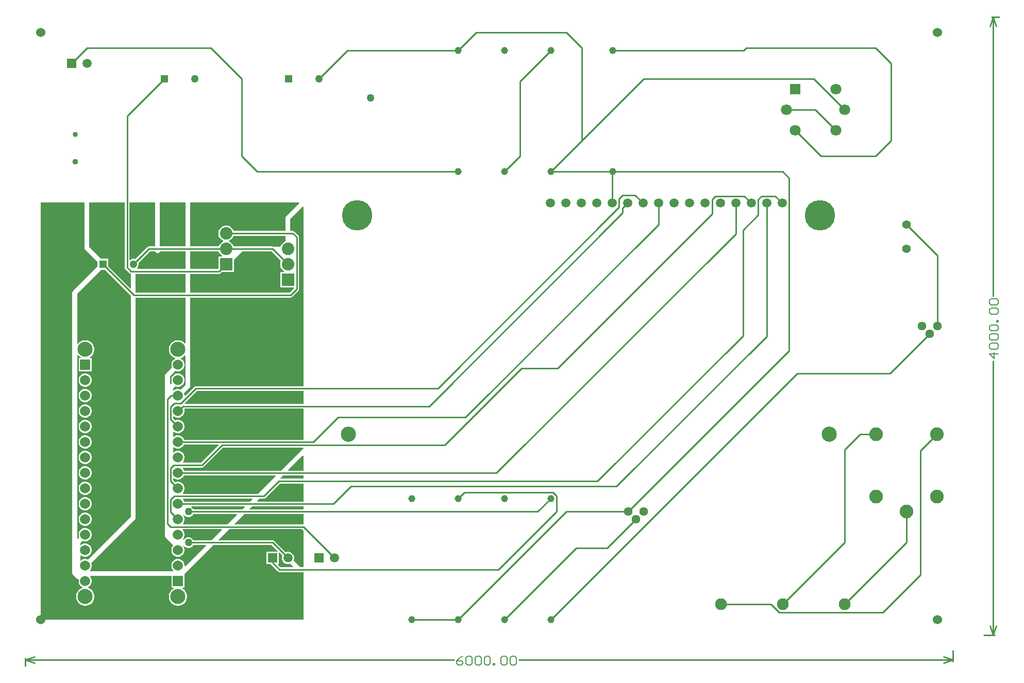
<source format=gbl>
%FSTAX23Y23*%
%MOIN*%
%SFA1B1*%

%IPPOS*%
%ADD13C,0.010000*%
%ADD42C,0.196850*%
%ADD43C,0.098425*%
%ADD44C,0.059055*%
%ADD45C,0.060000*%
%ADD46C,0.045275*%
%ADD47C,0.037401*%
%ADD48C,0.033465*%
%ADD49R,0.080905X0.080905*%
%ADD50C,0.080905*%
%ADD51C,0.088582*%
%ADD52R,0.050197X0.050197*%
%ADD53C,0.050197*%
%ADD54C,0.056693*%
%ADD55R,0.059055X0.059055*%
%ADD56C,0.076771*%
%ADD57C,0.055118*%
%ADD58C,0.070866*%
%ADD59R,0.070866X0.070866*%
%ADD60R,0.065551X0.065551*%
%ADD61C,0.065551*%
%ADD62C,0.097441*%
%ADD63C,0.050000*%
%ADD64C,0.006000*%
%LNpcb1-1*%
%LPD*%
G36*
X01773Y02795D02*
X01689Y0271D01*
X01685Y02705*
X01684Y027*
Y02615*
X01348*
X01347Y02619*
X0134Y0263*
X0133Y0264*
X01319Y02647*
X01306Y0265*
X01293*
X0128Y02647*
X01269Y0264*
X01259Y0263*
X01252Y02619*
X01249Y02606*
Y02593*
X01252Y0258*
X01259Y02569*
X01269Y02559*
X0128Y02552*
X01281Y02552*
Y02547*
X0128Y02547*
X01269Y0254*
X01259Y02531*
X01252Y02519*
X01251Y02515*
X01068*
Y028*
X01771*
X01773Y02795*
G37*
G36*
X01037Y02515D02*
X00872D01*
Y028*
X01037*
Y02515*
G37*
G36*
X01684Y02547D02*
X0168Y02546D01*
X01669Y02539*
X01659Y0253*
X01652Y02519*
X01651Y02514*
X01602*
X01599Y02515*
X01348*
X01347Y02519*
X0134Y02531*
X0133Y0254*
X01319Y02547*
X01318Y02547*
Y02552*
X01319Y02552*
X0133Y02559*
X0134Y02569*
X01347Y0258*
X01348Y02584*
X01684*
Y02547*
G37*
G36*
X01037Y02369D02*
X00726D01*
X00723Y02374*
X00728Y02378*
X00732Y02386*
X00735Y02395*
Y02404*
X00733Y02411*
X00806Y02484*
X00842*
X00842Y02481*
X00846Y02476*
X00851Y02472*
X00857Y02471*
X00862Y02472*
X00867Y02476*
X00876Y02484*
X01037*
Y02369*
G37*
G36*
X00841Y02515D02*
X008D01*
X00794Y02514*
X00789Y02511*
X00711Y02433*
X00704Y02435*
X00695*
X00686Y02432*
X00679Y02428*
X00674Y0243*
Y028*
X00841*
Y02515*
G37*
G36*
X01252Y0248D02*
X01259Y02469D01*
X01269Y02459*
X01275Y02455*
X01274Y0245*
X01249*
Y02371*
X01247Y02369*
X01068*
Y02484*
X01251*
X01252Y0248*
G37*
G36*
X00643Y0238D02*
X00644Y02374D01*
X00648Y02369*
X00674Y02343*
X00679Y02339*
X00684Y02338*
Y02246*
X0068Y02244*
X00538Y02386*
Y02435*
X00489*
X00415Y02509*
Y028*
X00643*
Y0238*
G37*
G36*
X01655Y02423D02*
X01652Y02419D01*
X01649Y02406*
Y02393*
X01652Y0238*
X01659Y02368*
X01669Y02359*
X01675Y02355*
X01674Y0235*
X01649*
Y02249*
X01736*
X01738Y02244*
X01709Y02215*
X01068*
Y02338*
X01253*
X01259Y02339*
X01264Y02343*
X01271Y02349*
X0135*
Y02429*
X01405Y02484*
X01593*
X01655Y02423*
G37*
G36*
X01037Y02215D02*
X00715D01*
Y02338*
X01037*
Y02215*
G37*
G36*
Y0189D02*
X01032Y01888D01*
X01026Y01895*
X01016Y01901*
X01005Y01905*
X00994Y01908*
X00983*
X00971Y01905*
X00961Y01901*
X00951Y01895*
X00943Y01886*
X00936Y01877*
X00932Y01866*
X0093Y01855*
Y01843*
X00932Y01832*
X00936Y01821*
X00943Y01811*
X00951Y01803*
X00961Y01797*
X0097Y01793*
X0097Y01788*
X0097Y01788*
X00962Y01783*
X00954Y01775*
X00948Y01765*
X00946Y01755*
Y01743*
X00948Y01732*
X00949Y01731*
X0091Y01692*
X00906Y01687*
X00905Y01681*
Y01526*
Y00721*
Y0064*
X00906Y00634*
X0091Y00629*
X00951Y00588*
X00956Y00584*
X00956Y00584*
X00958Y00579*
X00954Y00575*
X00948Y00565*
X00946Y00555*
Y00543*
X00948Y00532*
X00954Y00523*
X00962Y00515*
X00972Y00509*
X00983Y00506*
X00994*
X01005Y00509*
X01015Y00515*
X01023Y00523*
X01028Y00532*
X01031Y00543*
Y00555*
X01028Y00565*
X01023Y00575*
X01022Y00576*
X01024Y00581*
X01026Y00581*
X01028Y00577*
X01035Y0057*
X01043Y00566*
X01052Y00564*
X01061*
X0107Y00566*
X01078Y0057*
X01085Y00577*
X01088Y00583*
X01167*
X01169Y00579*
X01036Y00446*
X01031Y00448*
Y00455*
X01028Y00465*
X01023Y00475*
X01015Y00483*
X01005Y00489*
X00994Y00492*
X00983*
X00972Y00489*
X00962Y00483*
X00954Y00475*
X00948Y00465*
X00946Y00455*
Y00443*
X00948Y00432*
X00954Y00423*
X00958Y00419*
X00956Y00414*
X00421*
X00419Y00419*
X00423Y00423*
X00428Y00432*
X00431Y00443*
Y00455*
X00428Y00465*
X00428Y00467*
X0071Y00749*
X00714Y00754*
X00715Y0076*
Y02184*
X01037*
Y0189*
G37*
G36*
Y01808D02*
Y01619D01*
X01006Y01588*
X01005Y01589*
X00994Y01592*
X00983*
X00972Y01589*
X00962Y01583*
X0096Y01581*
X00956Y01583*
Y01595*
X00971Y0161*
X00972Y01609*
X00983Y01606*
X00994*
X01005Y01609*
X01015Y01615*
X01023Y01623*
X01028Y01632*
X01031Y01643*
Y01655*
X01028Y01665*
X01023Y01675*
X01015Y01683*
X01005Y01689*
X00994Y01692*
X00983*
X00972Y01689*
X00962Y01683*
X00954Y01675*
X00948Y01665*
X00946Y01655*
Y01643*
X00948Y01632*
X00949Y01631*
X0094Y01623*
X00936Y01625*
Y01675*
X00971Y0171*
X00972Y01709*
X00983Y01706*
X00994*
X01005Y01709*
X01015Y01715*
X01023Y01723*
X01028Y01732*
X01031Y01743*
Y01755*
X01028Y01765*
X01023Y01775*
X01015Y01783*
X01007Y01788*
X01007Y01788*
X01007Y01793*
X01016Y01797*
X01026Y01803*
X01032Y0181*
X01037Y01808*
G37*
G36*
X00684Y02196D02*
Y00766D01*
X00406Y00488*
X00405Y00489*
X00394Y00492*
X00383*
X00372Y00489*
X00362Y00483*
X0036Y00481*
X00356Y00483*
Y00514*
X0036Y00516*
X00362Y00515*
X00372Y00509*
X00383Y00506*
X00394*
X00405Y00509*
X00415Y00515*
X00423Y00523*
X00428Y00532*
X00431Y00543*
Y00555*
X00428Y00565*
X00423Y00575*
X00415Y00583*
X00405Y00589*
X00394Y00592*
X00383*
X00372Y00589*
X00362Y00583*
X0036Y00581*
X00356Y00583*
Y00595*
X00371Y0061*
X00372Y00609*
X00383Y00606*
X00394*
X00405Y00609*
X00415Y00615*
X00423Y00623*
X00428Y00632*
X00431Y00643*
Y00655*
X00428Y00665*
X00423Y00675*
X00415Y00683*
X00405Y00689*
X00394Y00692*
X00383*
X00372Y00689*
X00362Y00683*
X00354Y00675*
X00348Y00665*
X00346Y00655*
Y00643*
X00348Y00632*
X00349Y00631*
X0034Y00623*
X00336Y00625*
Y01813*
X00341Y01814*
X00343Y01811*
X00351Y01803*
X00361Y01797*
X00361Y01797*
X0036Y01792*
X00346*
Y01706*
X00431*
Y01792*
X00417*
X00416Y01797*
X00416Y01797*
X00426Y01803*
X00434Y01811*
X0044Y01821*
X00445Y01832*
X00447Y01843*
Y01855*
X00445Y01866*
X0044Y01877*
X00434Y01886*
X00426Y01895*
X00416Y01901*
X00405Y01905*
X00394Y01908*
X00383*
X00371Y01905*
X00361Y01901*
X00351Y01895*
X00343Y01886*
X00341Y01883*
X00336Y01885*
Y02211*
X00489Y02364*
X00516*
X00684Y02196*
G37*
G36*
X018Y02771D02*
Y01611D01*
X01104*
X01098Y0161*
X01093Y01606*
X01036Y01549*
X01031Y01551*
Y01555*
X01028Y01565*
X01028Y01567*
X01063Y01602*
X01067Y01607*
X01068Y01613*
Y02184*
X01716*
X01721Y02185*
X01726Y02189*
X01766Y02229*
X0177Y02234*
X01771Y0224*
Y02575*
X0177Y0258*
X01766Y02585*
X01741Y0261*
X01736Y02614*
X01731Y02615*
X01715*
Y02693*
X01795Y02773*
X018Y02771*
G37*
G36*
Y01496D02*
X01032D01*
X0103Y015*
X0111Y0158*
X018*
Y01496*
G37*
G36*
Y01264D02*
X01029D01*
X01028Y01265*
X01023Y01275*
X01015Y01283*
X01005Y01289*
X00994Y01292*
X00983*
X00972Y01289*
X00962Y01283*
X0096Y01281*
X00956Y01283*
Y01314*
X0096Y01316*
X00962Y01315*
X00972Y01309*
X00983Y01306*
X00994*
X01005Y01309*
X01015Y01315*
X01023Y01323*
X01028Y01332*
X01031Y01343*
Y01355*
X01028Y01365*
X01023Y01375*
X01015Y01383*
X01005Y01389*
X00994Y01392*
X00983*
X00972Y01389*
X00971Y01388*
X00956Y01403*
Y01414*
X0096Y01416*
X00962Y01415*
X00972Y01409*
X00983Y01406*
X00994*
X01005Y01409*
X01015Y01415*
X01023Y01423*
X01028Y01432*
X01031Y01443*
Y01455*
X01029Y01461*
X01032Y01465*
X018*
Y01264*
G37*
G36*
X01252Y01229D02*
X01138Y01115D01*
X01021*
X01019Y01119*
X01023Y01123*
X01028Y01132*
X01031Y01143*
Y01155*
X01028Y01165*
X01023Y01175*
X01015Y01183*
X01005Y01189*
X00994Y01192*
X00983*
X00972Y01189*
X00962Y01183*
X0096Y01181*
X00956Y01183*
Y01214*
X0096Y01216*
X00962Y01215*
X00972Y01209*
X00983Y01206*
X00994*
X01005Y01209*
X01015Y01215*
X01023Y01223*
X01028Y01232*
X01029Y01234*
X0125*
X01252Y01229*
G37*
G36*
X018Y01159D02*
Y01064D01*
X01704*
X01702Y01069*
X01795Y01161*
X018Y01159*
G37*
G36*
X01799Y01208D02*
X01655Y01064D01*
X01029*
X01028Y01065*
X01023Y01075*
X01019Y01079*
X01021Y01084*
X01145*
X0115Y01085*
X01155Y01089*
X0128Y01213*
X01797*
X01799Y01208*
G37*
G36*
X018Y01012D02*
X01652D01*
X0165Y01016*
X01667Y01034*
X018*
Y01012*
G37*
G36*
X01619Y01029D02*
X01504Y00914D01*
X01021*
X01019Y00919*
X01023Y00923*
X01028Y00932*
X01031Y00943*
Y00955*
X01028Y00965*
X01023Y00975*
X01015Y00983*
X01005Y00989*
X00994Y00992*
X00983*
X00972Y00989*
X00971Y00988*
X00956Y01003*
Y01014*
X0096Y01016*
X00962Y01015*
X00972Y01009*
X00983Y01006*
X00994*
X01005Y01009*
X01015Y01015*
X01023Y01023*
X01028Y01032*
X01029Y01034*
X01617*
X01619Y01029*
G37*
G36*
X018Y00864D02*
X01504D01*
X01502Y00869*
X01517Y00883*
X01543*
X01548Y00884*
X01553Y00888*
X01647Y00981*
X018*
Y00864*
G37*
G36*
X01469Y00879D02*
X01455Y00864D01*
X01029*
X01028Y00865*
X01023Y00875*
X0102Y00878*
X01022Y00883*
X01467*
X01469Y00879*
G37*
G36*
X018Y00814D02*
X01454D01*
X01452Y00818*
X01467Y00834*
X018*
Y00814*
G37*
G36*
X01419Y00829D02*
X01404Y00814D01*
X01088*
X01085Y0082*
X01078Y00827*
X01074Y00829*
X01076Y00834*
X01417*
X01419Y00829*
G37*
G36*
X01369Y00779D02*
X01306Y00716D01*
X01022*
X0102Y0072*
X01023Y00723*
X01028Y00732*
X01031Y00743*
Y00755*
X01028Y00765*
X01023Y00775*
X01022Y00776*
X01024Y00781*
X01026Y00781*
X01028Y00777*
X01035Y0077*
X01043Y00766*
X01052Y00764*
X01061*
X0107Y00766*
X01078Y0077*
X01085Y00777*
X01088Y00783*
X01367*
X01369Y00779*
G37*
G36*
X018Y00717D02*
X01799Y00716D01*
X01356*
X01354Y0072*
X01417Y00783*
X018*
Y00717*
G37*
G36*
X01271Y00681D02*
X01204Y00614D01*
X01088*
X01085Y0062*
X01078Y00627*
X0107Y00631*
X01061Y00634*
X01052*
X01043Y00631*
X01035Y00627*
X01028Y0062*
X01025Y00615*
X01021Y00615*
X01019Y00619*
X01023Y00623*
X01028Y00632*
X01031Y00643*
Y00655*
X01028Y00665*
X01023Y00675*
X01018Y0068*
X0102Y00685*
X01269*
X01271Y00681*
G37*
G36*
X018Y00678D02*
Y00439D01*
X01782*
X01736Y00484*
X01739Y00494*
Y00505*
X01736Y00515*
X01731Y00524*
X01724Y00531*
X01715Y00536*
X01705Y00539*
X01694*
X01684Y00536*
X01611Y00609*
X01606Y00613*
X01601Y00614*
X01254*
X01252Y00618*
X01319Y00685*
X01792*
X018Y00678*
G37*
G36*
X01663Y00515D02*
X0166Y00505D01*
Y00494*
X01663Y00484*
X01668Y00475*
X01675Y00468*
X01684Y00463*
X01694Y0046*
X01705*
X01715Y00463*
X01734Y00443*
X01732Y00439*
X01651*
X01634Y00455*
X01636Y0046*
X01639*
Y00532*
X01644Y00534*
X01663Y00515*
G37*
G36*
X00384Y02503D02*
X00385Y02497D01*
X00389Y02492*
X00468Y02413*
Y02386*
X0031Y02228*
X00306Y02223*
X00305Y02217*
Y004*
X00306Y00394*
X0031Y00389*
X00331Y00368*
X00336Y00364*
X00342Y00363*
X00344*
X00347Y00359*
X00346Y00355*
Y00343*
X00348Y00332*
X00354Y00323*
X00362Y00315*
X0037Y0031*
X0037Y0031*
X0037Y00305*
X00361Y00301*
X00351Y00295*
X00343Y00286*
X00336Y00277*
X00332Y00266*
X0033Y00255*
Y00243*
X00332Y00232*
X00336Y00221*
X00343Y00211*
X00351Y00203*
X00361Y00197*
X00371Y00192*
X00383Y0019*
X00394*
X00405Y00192*
X00416Y00197*
X00426Y00203*
X00434Y00211*
X0044Y00221*
X00445Y00232*
X00447Y00243*
Y00255*
X00445Y00266*
X0044Y00277*
X00434Y00286*
X00426Y00295*
X00416Y00301*
X00407Y00305*
X00407Y0031*
X00407Y0031*
X00415Y00315*
X00423Y00323*
X00428Y00332*
X00431Y00343*
Y00355*
X00428Y00365*
X00423Y00375*
X0042Y00378*
X00422Y00383*
X00946*
Y00306*
X0096*
X00961Y00301*
X00961Y00301*
X00951Y00295*
X00943Y00286*
X00936Y00277*
X00932Y00266*
X0093Y00255*
Y00243*
X00932Y00232*
X00936Y00221*
X00943Y00211*
X00951Y00203*
X00961Y00197*
X00971Y00192*
X00983Y0019*
X00994*
X01005Y00192*
X01016Y00197*
X01026Y00203*
X01034Y00211*
X0104Y00221*
X01045Y00232*
X01047Y00243*
Y00255*
X01045Y00266*
X0104Y00277*
X01034Y00286*
X01026Y00295*
X01016Y00301*
X01016Y00301*
X01017Y00306*
X01031*
Y00392*
X01029Y00396*
X01217Y00583*
X01594*
X01634Y00544*
X01632Y00539*
X0156*
Y0046*
X01587*
X01589Y00458*
X01634Y00413*
X01639Y00409*
X01645Y00408*
X018*
Y001*
X001*
Y028*
X00384*
Y02503*
G37*
%LNpcb1-2*%
%LPC*%
G36*
X00394Y01692D02*
X00383D01*
X00372Y01689*
X00362Y01683*
X00354Y01675*
X00348Y01665*
X00346Y01655*
Y01643*
X00348Y01632*
X00354Y01623*
X00362Y01615*
X00372Y01609*
X00383Y01606*
X00394*
X00405Y01609*
X00415Y01615*
X00423Y01623*
X00428Y01632*
X00431Y01643*
Y01655*
X00428Y01665*
X00423Y01675*
X00415Y01683*
X00405Y01689*
X00394Y01692*
G37*
G36*
Y01592D02*
X00383D01*
X00372Y01589*
X00362Y01583*
X00354Y01575*
X00348Y01565*
X00346Y01555*
Y01543*
X00348Y01532*
X00354Y01523*
X00362Y01515*
X00372Y01509*
X00383Y01506*
X00394*
X00405Y01509*
X00415Y01515*
X00423Y01523*
X00428Y01532*
X00431Y01543*
Y01555*
X00428Y01565*
X00423Y01575*
X00415Y01583*
X00405Y01589*
X00394Y01592*
G37*
G36*
Y01492D02*
X00383D01*
X00372Y01489*
X00362Y01483*
X00354Y01475*
X00348Y01465*
X00346Y01455*
Y01443*
X00348Y01432*
X00354Y01423*
X00362Y01415*
X00372Y01409*
X00383Y01406*
X00394*
X00405Y01409*
X00415Y01415*
X00423Y01423*
X00428Y01432*
X00431Y01443*
Y01455*
X00428Y01465*
X00423Y01475*
X00415Y01483*
X00405Y01489*
X00394Y01492*
G37*
G36*
Y01392D02*
X00383D01*
X00372Y01389*
X00362Y01383*
X00354Y01375*
X00348Y01365*
X00346Y01355*
Y01343*
X00348Y01332*
X00354Y01323*
X00362Y01315*
X00372Y01309*
X00383Y01306*
X00394*
X00405Y01309*
X00415Y01315*
X00423Y01323*
X00428Y01332*
X00431Y01343*
Y01355*
X00428Y01365*
X00423Y01375*
X00415Y01383*
X00405Y01389*
X00394Y01392*
G37*
G36*
Y01292D02*
X00383D01*
X00372Y01289*
X00362Y01283*
X00354Y01275*
X00348Y01265*
X00346Y01255*
Y01243*
X00348Y01232*
X00354Y01223*
X00362Y01215*
X00372Y01209*
X00383Y01206*
X00394*
X00405Y01209*
X00415Y01215*
X00423Y01223*
X00428Y01232*
X00431Y01243*
Y01255*
X00428Y01265*
X00423Y01275*
X00415Y01283*
X00405Y01289*
X00394Y01292*
G37*
G36*
Y01192D02*
X00383D01*
X00372Y01189*
X00362Y01183*
X00354Y01175*
X00348Y01165*
X00346Y01155*
Y01143*
X00348Y01132*
X00354Y01123*
X00362Y01115*
X00372Y01109*
X00383Y01106*
X00394*
X00405Y01109*
X00415Y01115*
X00423Y01123*
X00428Y01132*
X00431Y01143*
Y01155*
X00428Y01165*
X00423Y01175*
X00415Y01183*
X00405Y01189*
X00394Y01192*
G37*
G36*
Y01092D02*
X00383D01*
X00372Y01089*
X00362Y01083*
X00354Y01075*
X00348Y01065*
X00346Y01055*
Y01043*
X00348Y01032*
X00354Y01023*
X00362Y01015*
X00372Y01009*
X00383Y01006*
X00394*
X00405Y01009*
X00415Y01015*
X00423Y01023*
X00428Y01032*
X00431Y01043*
Y01055*
X00428Y01065*
X00423Y01075*
X00415Y01083*
X00405Y01089*
X00394Y01092*
G37*
G36*
Y00992D02*
X00383D01*
X00372Y00989*
X00362Y00983*
X00354Y00975*
X00348Y00965*
X00346Y00955*
Y00943*
X00348Y00932*
X00354Y00923*
X00362Y00915*
X00372Y00909*
X00383Y00906*
X00394*
X00405Y00909*
X00415Y00915*
X00423Y00923*
X00428Y00932*
X00431Y00943*
Y00955*
X00428Y00965*
X00423Y00975*
X00415Y00983*
X00405Y00989*
X00394Y00992*
G37*
G36*
Y00892D02*
X00383D01*
X00372Y00889*
X00362Y00883*
X00354Y00875*
X00348Y00865*
X00346Y00855*
Y00843*
X00348Y00832*
X00354Y00823*
X00362Y00815*
X00372Y00809*
X00383Y00806*
X00394*
X00405Y00809*
X00415Y00815*
X00423Y00823*
X00428Y00832*
X00431Y00843*
Y00855*
X00428Y00865*
X00423Y00875*
X00415Y00883*
X00405Y00889*
X00394Y00892*
G37*
G36*
Y00792D02*
X00383D01*
X00372Y00789*
X00362Y00783*
X00354Y00775*
X00348Y00765*
X00346Y00755*
Y00743*
X00348Y00732*
X00354Y00723*
X00362Y00715*
X00372Y00709*
X00383Y00706*
X00394*
X00405Y00709*
X00415Y00715*
X00423Y00723*
X00428Y00732*
X00431Y00743*
Y00755*
X00428Y00765*
X00423Y00775*
X00415Y00783*
X00405Y00789*
X00394Y00792*
G37*
%LNpcb1-3*%
%LPD*%
G54D13*
X04796Y01933D02*
Y02796D01*
X03825Y00962D02*
X04796Y01933D01*
X02106Y00962D02*
X03825D01*
X039Y008D02*
X04941Y01841D01*
Y02958*
X04993Y01693D02*
X05593D01*
X034Y001D02*
X04993Y01693D01*
X01641Y00997D02*
X03702D01*
X01543Y00899D02*
X01641Y00997D01*
X00965Y00899D02*
X01543D01*
X038Y03783D02*
X04646D01*
X038Y03D02*
X049D01*
X04941Y02958*
X0579Y0039D02*
Y01194D01*
X05896Y013*
X05546Y00146D02*
X0579Y0039D01*
X04877Y00146D02*
X05546D01*
X04824Y002D02*
X04877Y00146D01*
X045Y002D02*
X04824D01*
X054Y013D02*
X05503D01*
X053Y012D02*
X054Y013D01*
X053Y006D02*
Y012D01*
X049Y002D02*
X053Y006D01*
Y002D02*
X057Y006D01*
Y008*
X04646Y03783D02*
X04663Y038D01*
X055*
X056Y037*
Y032D02*
Y037D01*
X055Y031D02*
X056Y032D01*
X0498Y03267D02*
X05148Y031D01*
X055*
X057Y02657D02*
X059Y02457D01*
Y02D02*
Y02457D01*
X04Y036D02*
X051D01*
X053Y034*
X036Y032D02*
X04Y036D01*
X034Y03D02*
X036Y032D01*
Y038*
X035Y039D02*
X036Y038D01*
X02916Y039D02*
X035D01*
X028Y03783D02*
X02916Y039D01*
X032Y03583D02*
X034Y03783D01*
X032Y031D02*
Y03583D01*
X031Y03D02*
X032Y031D01*
X015Y03D02*
X028D01*
X014Y031D02*
X015Y03D01*
X014Y031D02*
Y036D01*
X012Y038D02*
X014Y036D01*
X003Y037D02*
X004Y038D01*
X012*
X019Y036D02*
X02083Y03783D01*
X028*
X04925Y034D02*
X05112D01*
X05245Y03267*
X034Y03D02*
X038D01*
X03798Y02998D02*
X038Y03D01*
X03798Y02797D02*
Y02998D01*
X03796Y02796D02*
X03798Y02797D01*
X031Y001D02*
X03563Y00563D01*
X03763*
X0395Y0075*
X05593Y01693D02*
X0585Y0195D01*
X007Y024D02*
X008Y025D01*
X013*
X01599*
X017Y02399*
X025Y001D02*
X028D01*
X035Y008*
X039*
X01253Y02354D02*
X013Y024D01*
X00685Y02354D02*
X01253D01*
X00659Y0238D02*
X00685Y02354D01*
X00659Y0238D02*
Y03359D01*
X009Y036*
X00988Y01449D02*
X0102Y01481D01*
X02613*
X03865Y02732*
Y02764*
X03896Y02796*
X00941Y01397D02*
X00988Y01349D01*
X00941Y01397D02*
Y01475D01*
X00965Y01499*
X01007*
X01104Y01596*
X02669*
X03842Y02769*
Y02824*
X03865Y02847*
X03945*
X03996Y02796*
X00988Y01249D02*
X01864D01*
X02024Y01409*
X02848*
X04096Y02657*
Y02796*
X00988Y01049D02*
X03048D01*
X04596Y02597*
Y02796*
X00941Y00997D02*
X00988Y00949D01*
X00941Y00997D02*
Y0108D01*
X00961Y011*
X01145*
X01274Y01229*
X02714*
X03211Y01726*
X03445*
X04445Y02726*
Y02821*
X04465Y02841*
X04651*
X04696Y02796*
X00988Y00849D02*
X01993D01*
X02106Y00962*
X00941Y00797D02*
X00988Y00749D01*
X00941Y00797D02*
Y00875D01*
X00965Y00899*
X03702Y00997D02*
X04643Y01938D01*
Y02621*
X04742Y0272*
Y0282*
X04763Y02841*
X04851*
X04896Y02796*
X00944Y01549D02*
X00988D01*
X00921Y01526D02*
X00944Y01549D01*
X00921Y00721D02*
Y01526D01*
Y00721D02*
X00941Y00701D01*
X01799*
X02Y005*
X01057Y00799D02*
X03315D01*
X034Y00883*
X00503Y024D02*
X00703Y022D01*
X01716*
X01756Y0224*
Y02575*
X01731Y026D02*
X01756Y02575D01*
X013Y026D02*
X01731D01*
X01057Y00599D02*
X01601D01*
X017Y005*
X016Y00469D02*
Y005D01*
Y00469D02*
X01645Y00424D01*
X03062*
X03438Y008*
Y009*
X03414Y00924D02*
X03438Y009D01*
X0284Y00924D02*
X03414D01*
X028Y00883D02*
X0284Y00924D01*
X0626Y04D02*
X0628Y0394D01*
X0624D02*
X0626Y04D01*
X0624Y0006D02*
X0626Y0D01*
X0628Y0006*
X0626Y02194D02*
Y04D01*
Y0D02*
Y01773D01*
X0625Y04D02*
X063D01*
X062Y0D02*
X0627D01*
X0Y-0016D02*
X0006Y-0014D01*
X0Y-0016D02*
X0006Y-0018D01*
X0594D02*
X06Y-0016D01*
X0594Y-0014D02*
X06Y-0016D01*
X0D02*
X02773D01*
X03194D02*
X06D01*
X0Y-002D02*
Y-0015D01*
X06Y-0017D02*
Y-001D01*
G54D42*
X02148Y02717D03*
X0514D03*
G54D43*
X02089Y013D03*
X052D03*
G54D44*
X03496Y02796D03*
X03396D03*
X04896D03*
X04796D03*
X04696D03*
X04596D03*
X04496D03*
X04396D03*
X04296D03*
X04196D03*
X04096D03*
X03996D03*
X03896D03*
X03796D03*
X03696D03*
X03596D03*
X017Y005D03*
X02D03*
X004Y037D03*
G54D45*
X059Y001D03*
X001D03*
Y039D03*
X059D03*
G54D46*
X034Y03D03*
Y03783D03*
X031Y001D03*
Y00883D03*
X028Y001D03*
Y00883D03*
X025Y001D03*
Y00883D03*
X034Y001D03*
Y00883D03*
X028Y03D03*
Y03783D03*
X038Y03D03*
Y03783D03*
X031Y03D03*
Y03783D03*
G54D47*
X00324Y03062D03*
G54D48*
X00324Y0324D03*
G54D49*
X013Y024D03*
X017Y023D03*
G54D50*
X013Y025D03*
Y026D03*
X017Y02399D03*
Y02499D03*
G54D51*
X05896Y00898D03*
Y013D03*
X05503D03*
Y00898D03*
X057Y008D03*
G54D52*
X00503Y024D03*
X009Y036D03*
X01703D03*
G54D53*
X007Y024D03*
X01096Y036D03*
X019D03*
G54D54*
X04Y008D03*
X0395Y0075D03*
X039Y008D03*
X059Y02D03*
X0585Y0195D03*
X058Y02D03*
G54D55*
X016Y005D03*
X019D03*
X003Y037D03*
G54D56*
X053Y002D03*
X049D03*
X045D03*
G54D57*
X057Y02657D03*
Y025D03*
G54D58*
X04925Y034D03*
X053D03*
X05245Y03267D03*
X0498D03*
X05245Y03532D03*
G54D59*
X0498Y03532D03*
G54D60*
X00388Y01749D03*
X00988Y00349D03*
G54D61*
X00388Y01649D03*
Y01549D03*
Y01449D03*
Y01349D03*
Y01249D03*
Y01149D03*
Y01049D03*
Y00949D03*
Y00849D03*
Y00749D03*
Y00649D03*
Y00549D03*
Y00449D03*
Y00349D03*
X00988Y00449D03*
Y00549D03*
Y00649D03*
Y00749D03*
Y00849D03*
Y00949D03*
Y01049D03*
Y01149D03*
Y01249D03*
Y01349D03*
Y01449D03*
Y01549D03*
Y01649D03*
Y01749D03*
G54D62*
X00388Y01849D03*
X00988D03*
Y00249D03*
X00388D03*
G54D63*
X02235Y03475D03*
X01057Y00799D03*
Y00599D03*
G54D64*
X06295Y01819D02*
X06236D01*
X06266Y01789*
Y01829*
X06246Y01849D02*
X06236Y01859D01*
Y01879*
X06246Y01889*
X06285*
X06295Y01879*
Y01859*
X06285Y01849*
X06246*
Y01909D02*
X06236Y01919D01*
Y01939*
X06246Y01949*
X06285*
X06295Y01939*
Y01919*
X06285Y01909*
X06246*
Y01969D02*
X06236Y01979D01*
Y01998*
X06246Y02008*
X06285*
X06295Y01998*
Y01979*
X06285Y01969*
X06246*
X06295Y02028D02*
X06285D01*
Y02038*
X06295*
Y02028*
X06246Y02078D02*
X06236Y02088D01*
Y02108*
X06246Y02118*
X06285*
X06295Y02108*
Y02088*
X06285Y02078*
X06246*
Y02138D02*
X06236Y02148D01*
Y02168*
X06246Y02178*
X06285*
X06295Y02168*
Y02148*
X06285Y02138*
X06246*
X02829Y-00136D02*
X02809Y-00146D01*
X02789Y-00166*
Y-00185*
X02799Y-00195*
X02819*
X02829Y-00185*
Y-00175*
X02819Y-00166*
X02789*
X02849Y-00146D02*
X02859Y-00136D01*
X02879*
X02889Y-00146*
Y-00185*
X02879Y-00195*
X02859*
X02849Y-00185*
Y-00146*
X02909D02*
X02919Y-00136D01*
X02939*
X02949Y-00146*
Y-00185*
X02939Y-00195*
X02919*
X02909Y-00185*
Y-00146*
X02969D02*
X02979Y-00136D01*
X02998*
X03008Y-00146*
Y-00185*
X02998Y-00195*
X02979*
X02969Y-00185*
Y-00146*
X03028Y-00195D02*
Y-00185D01*
X03038*
Y-00195*
X03028*
X03078Y-00146D02*
X03088Y-00136D01*
X03108*
X03118Y-00146*
Y-00185*
X03108Y-00195*
X03088*
X03078Y-00185*
Y-00146*
X03138D02*
X03148Y-00136D01*
X03168*
X03178Y-00146*
Y-00185*
X03168Y-00195*
X03148*
X03138Y-00185*
Y-00146*
M02*
</source>
